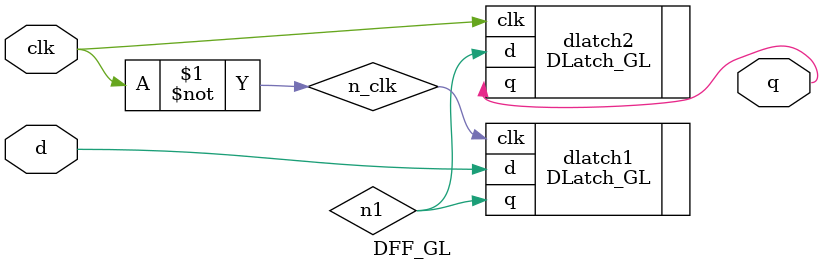
<source format=v>

`ifndef DFF_GL_V
`define DFF_GL_V

`include "ece2300/ece2300-misc.v"
`include "lab3/DLatch_GL.v"

module DFF_GL
(
  input  wire clk,
  input  wire d,
  output wire q
);

wire n1, n_clk;
not( n_clk, clk );

DLatch_GL dlatch1 
(
  .clk (n_clk),
  .d   (d),
  .q   (n1)
);

DLatch_GL dlatch2 
(
  .clk (clk),
  .d   (n1),
  .q   (q)
);

endmodule

`endif /* DFF_GL_V */

</source>
